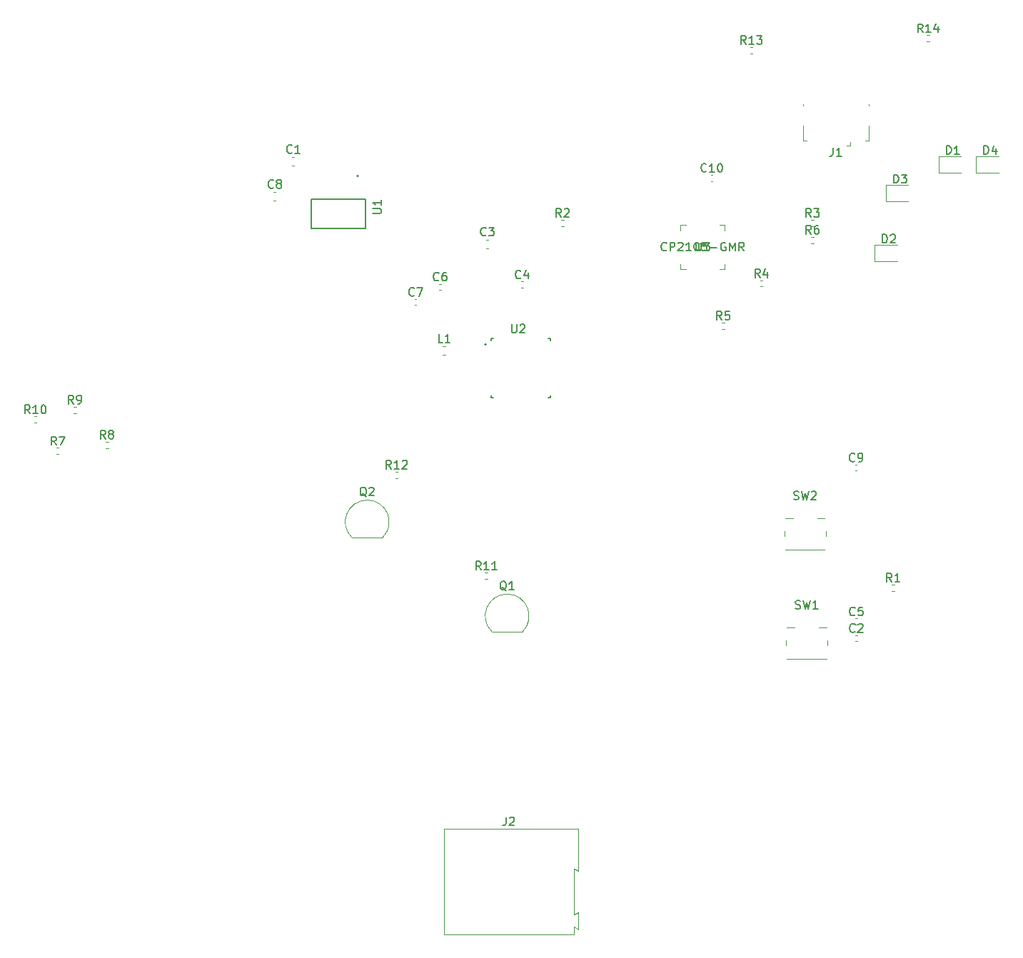
<source format=gbr>
%TF.GenerationSoftware,KiCad,Pcbnew,(5.1.10)-1*%
%TF.CreationDate,2021-11-14T07:07:01-06:00*%
%TF.ProjectId,SeniorDes_PCB,53656e69-6f72-4446-9573-5f5043422e6b,rev?*%
%TF.SameCoordinates,Original*%
%TF.FileFunction,Legend,Top*%
%TF.FilePolarity,Positive*%
%FSLAX46Y46*%
G04 Gerber Fmt 4.6, Leading zero omitted, Abs format (unit mm)*
G04 Created by KiCad (PCBNEW (5.1.10)-1) date 2021-11-14 07:07:01*
%MOMM*%
%LPD*%
G01*
G04 APERTURE LIST*
%ADD10C,0.120000*%
%ADD11C,0.200000*%
%ADD12C,0.127000*%
%ADD13C,0.150000*%
G04 APERTURE END LIST*
D10*
%TO.C,U3*%
X164205831Y-64801100D02*
X163561100Y-64801100D01*
X168818900Y-65445831D02*
X168818900Y-64801100D01*
X168174169Y-70058900D02*
X168818900Y-70058900D01*
X163561100Y-69414169D02*
X163561100Y-70058900D01*
X163561100Y-64801100D02*
X163561100Y-65445831D01*
X168818900Y-64801100D02*
X168174169Y-64801100D01*
X168818900Y-70058900D02*
X168818900Y-69414169D01*
X163561100Y-70058900D02*
X164205831Y-70058900D01*
D11*
%TO.C,U2*%
X140540000Y-78980000D02*
G75*
G03*
X140540000Y-78980000I-100000J0D01*
G01*
D12*
X148140000Y-78280000D02*
X147885000Y-78280000D01*
X148140000Y-78535000D02*
X148140000Y-78280000D01*
X148140000Y-85280000D02*
X147885000Y-85280000D01*
X148140000Y-85025000D02*
X148140000Y-85280000D01*
X141140000Y-85280000D02*
X141395000Y-85280000D01*
X141140000Y-85025000D02*
X141140000Y-85280000D01*
X141140000Y-78280000D02*
X141395000Y-78280000D01*
X141140000Y-78535000D02*
X141140000Y-78280000D01*
D11*
%TO.C,U1*%
X125390000Y-58980000D02*
G75*
G03*
X125390000Y-58980000I-100000J0D01*
G01*
D12*
X119740000Y-65230000D02*
X126240000Y-65230000D01*
X119740000Y-61730000D02*
X119740000Y-65230000D01*
X126240000Y-61730000D02*
X119740000Y-61730000D01*
X126240000Y-65230000D02*
X126240000Y-61730000D01*
D10*
%TO.C,SW2*%
X176915000Y-99580000D02*
X175990000Y-99580000D01*
X180790000Y-101705000D02*
X180790000Y-101155000D01*
X175890000Y-101705000D02*
X175890000Y-101155000D01*
X180690000Y-103280000D02*
X175990000Y-103280000D01*
X180690000Y-99580000D02*
X179765000Y-99580000D01*
%TO.C,SW1*%
X177115000Y-112530000D02*
X176190000Y-112530000D01*
X180990000Y-114655000D02*
X180990000Y-114105000D01*
X176090000Y-114655000D02*
X176090000Y-114105000D01*
X180890000Y-116230000D02*
X176190000Y-116230000D01*
X180890000Y-112530000D02*
X179965000Y-112530000D01*
%TO.C,R14*%
X192786359Y-43060000D02*
X193093641Y-43060000D01*
X192786359Y-42300000D02*
X193093641Y-42300000D01*
%TO.C,R13*%
X171821360Y-44455001D02*
X172128642Y-44455001D01*
X171821360Y-43695001D02*
X172128642Y-43695001D01*
%TO.C,R12*%
X129736359Y-94810000D02*
X130043641Y-94810000D01*
X129736359Y-94050000D02*
X130043641Y-94050000D01*
%TO.C,R11*%
X140376359Y-106810000D02*
X140683641Y-106810000D01*
X140376359Y-106050000D02*
X140683641Y-106050000D01*
%TO.C,R10*%
X86886359Y-88260000D02*
X87193641Y-88260000D01*
X86886359Y-87500000D02*
X87193641Y-87500000D01*
%TO.C,R9*%
X91586359Y-87110000D02*
X91893641Y-87110000D01*
X91586359Y-86350000D02*
X91893641Y-86350000D01*
%TO.C,R8*%
X95386359Y-91260000D02*
X95693641Y-91260000D01*
X95386359Y-90500000D02*
X95693641Y-90500000D01*
%TO.C,R7*%
X89536359Y-92010000D02*
X89843641Y-92010000D01*
X89536359Y-91250000D02*
X89843641Y-91250000D01*
%TO.C,R6*%
X179071360Y-66955001D02*
X179378642Y-66955001D01*
X179071360Y-66195001D02*
X179378642Y-66195001D01*
%TO.C,R5*%
X168471360Y-77145001D02*
X168778642Y-77145001D01*
X168471360Y-76385001D02*
X168778642Y-76385001D01*
%TO.C,R4*%
X173001360Y-72115001D02*
X173308642Y-72115001D01*
X173001360Y-71355001D02*
X173308642Y-71355001D01*
%TO.C,R3*%
X179071360Y-64965001D02*
X179378642Y-64965001D01*
X179071360Y-64205001D02*
X179378642Y-64205001D01*
%TO.C,R2*%
X149436359Y-64960000D02*
X149743641Y-64960000D01*
X149436359Y-64200000D02*
X149743641Y-64200000D01*
%TO.C,R1*%
X188636359Y-108210000D02*
X188943641Y-108210000D01*
X188636359Y-107450000D02*
X188943641Y-107450000D01*
%TO.C,Q2*%
X124610000Y-101880000D02*
X128210000Y-101880000D01*
X128248478Y-101868478D02*
G75*
G03*
X126410000Y-97430000I-1838478J1838478D01*
G01*
X124571522Y-101868478D02*
G75*
G02*
X126410000Y-97430000I1838478J1838478D01*
G01*
%TO.C,Q1*%
X141210000Y-113030000D02*
X144810000Y-113030000D01*
X144848478Y-113018478D02*
G75*
G03*
X143010000Y-108580000I-1838478J1838478D01*
G01*
X141171522Y-113018478D02*
G75*
G02*
X143010000Y-108580000I1838478J1838478D01*
G01*
%TO.C,L1*%
X135377221Y-80240000D02*
X135702779Y-80240000D01*
X135377221Y-79220000D02*
X135702779Y-79220000D01*
%TO.C,J2*%
X151440000Y-136380000D02*
X135540000Y-136380000D01*
X151440000Y-141430000D02*
X151440000Y-136380000D01*
X150940000Y-141180000D02*
X151440000Y-141430000D01*
X150940000Y-146580000D02*
X150940000Y-141180000D01*
X151440000Y-146330000D02*
X150940000Y-146580000D01*
X151440000Y-148330000D02*
X151440000Y-146330000D01*
X150940000Y-148030000D02*
X151440000Y-148330000D01*
X150940000Y-148980000D02*
X150940000Y-148030000D01*
X135540000Y-148980000D02*
X150940000Y-148980000D01*
X135540000Y-136380000D02*
X135540000Y-148980000D01*
%TO.C,J1*%
X183690000Y-55392500D02*
X183690000Y-54942500D01*
X183690000Y-55392500D02*
X183240000Y-55392500D01*
X178090000Y-54842500D02*
X178540000Y-54842500D01*
X178090000Y-52992500D02*
X178090000Y-54842500D01*
X185890000Y-50442500D02*
X185890000Y-50692500D01*
X178090000Y-50442500D02*
X178090000Y-50692500D01*
X185890000Y-52992500D02*
X185890000Y-54842500D01*
X185890000Y-54842500D02*
X185440000Y-54842500D01*
%TO.C,D4*%
X198610001Y-58570001D02*
X201295001Y-58570001D01*
X198610001Y-56650001D02*
X198610001Y-58570001D01*
X201295001Y-56650001D02*
X198610001Y-56650001D01*
%TO.C,D3*%
X187905000Y-61990000D02*
X190590000Y-61990000D01*
X187905000Y-60070000D02*
X187905000Y-61990000D01*
X190590000Y-60070000D02*
X187905000Y-60070000D01*
%TO.C,D2*%
X186567500Y-69090000D02*
X189252500Y-69090000D01*
X186567500Y-67170000D02*
X186567500Y-69090000D01*
X189252500Y-67170000D02*
X186567500Y-67170000D01*
%TO.C,D1*%
X194160001Y-58570001D02*
X196845001Y-58570001D01*
X194160001Y-56650001D02*
X194160001Y-58570001D01*
X196845001Y-56650001D02*
X194160001Y-56650001D01*
%TO.C,C10*%
X167152164Y-59590000D02*
X167367836Y-59590000D01*
X167152164Y-58870000D02*
X167367836Y-58870000D01*
%TO.C,C9*%
X184282164Y-93940000D02*
X184497836Y-93940000D01*
X184282164Y-93220000D02*
X184497836Y-93220000D01*
%TO.C,C8*%
X115299420Y-61940000D02*
X115580580Y-61940000D01*
X115299420Y-60920000D02*
X115580580Y-60920000D01*
%TO.C,C7*%
X132037165Y-74305001D02*
X132252837Y-74305001D01*
X132037165Y-73585001D02*
X132252837Y-73585001D01*
%TO.C,C6*%
X134947165Y-72505001D02*
X135162837Y-72505001D01*
X134947165Y-71785001D02*
X135162837Y-71785001D01*
%TO.C,C5*%
X184307165Y-112205001D02*
X184522837Y-112205001D01*
X184307165Y-111485001D02*
X184522837Y-111485001D01*
%TO.C,C4*%
X144682164Y-72240000D02*
X144897836Y-72240000D01*
X144682164Y-71520000D02*
X144897836Y-71520000D01*
%TO.C,C3*%
X140524420Y-67590000D02*
X140805580Y-67590000D01*
X140524420Y-66570000D02*
X140805580Y-66570000D01*
%TO.C,C2*%
X184307165Y-114175001D02*
X184522837Y-114175001D01*
X184307165Y-113455001D02*
X184522837Y-113455001D01*
%TO.C,C1*%
X117499420Y-57790000D02*
X117780580Y-57790000D01*
X117499420Y-56770000D02*
X117780580Y-56770000D01*
%TO.C,U3*%
D13*
X165428095Y-66882380D02*
X165428095Y-67691904D01*
X165475714Y-67787142D01*
X165523333Y-67834761D01*
X165618571Y-67882380D01*
X165809047Y-67882380D01*
X165904285Y-67834761D01*
X165951904Y-67787142D01*
X165999523Y-67691904D01*
X165999523Y-66882380D01*
X166380476Y-66882380D02*
X166999523Y-66882380D01*
X166666190Y-67263333D01*
X166809047Y-67263333D01*
X166904285Y-67310952D01*
X166951904Y-67358571D01*
X166999523Y-67453809D01*
X166999523Y-67691904D01*
X166951904Y-67787142D01*
X166904285Y-67834761D01*
X166809047Y-67882380D01*
X166523333Y-67882380D01*
X166428095Y-67834761D01*
X166380476Y-67787142D01*
X161904285Y-67787142D02*
X161856666Y-67834761D01*
X161713809Y-67882380D01*
X161618571Y-67882380D01*
X161475714Y-67834761D01*
X161380476Y-67739523D01*
X161332857Y-67644285D01*
X161285238Y-67453809D01*
X161285238Y-67310952D01*
X161332857Y-67120476D01*
X161380476Y-67025238D01*
X161475714Y-66930000D01*
X161618571Y-66882380D01*
X161713809Y-66882380D01*
X161856666Y-66930000D01*
X161904285Y-66977619D01*
X162332857Y-67882380D02*
X162332857Y-66882380D01*
X162713809Y-66882380D01*
X162809047Y-66930000D01*
X162856666Y-66977619D01*
X162904285Y-67072857D01*
X162904285Y-67215714D01*
X162856666Y-67310952D01*
X162809047Y-67358571D01*
X162713809Y-67406190D01*
X162332857Y-67406190D01*
X163285238Y-66977619D02*
X163332857Y-66930000D01*
X163428095Y-66882380D01*
X163666190Y-66882380D01*
X163761428Y-66930000D01*
X163809047Y-66977619D01*
X163856666Y-67072857D01*
X163856666Y-67168095D01*
X163809047Y-67310952D01*
X163237619Y-67882380D01*
X163856666Y-67882380D01*
X164809047Y-67882380D02*
X164237619Y-67882380D01*
X164523333Y-67882380D02*
X164523333Y-66882380D01*
X164428095Y-67025238D01*
X164332857Y-67120476D01*
X164237619Y-67168095D01*
X165428095Y-66882380D02*
X165523333Y-66882380D01*
X165618571Y-66930000D01*
X165666190Y-66977619D01*
X165713809Y-67072857D01*
X165761428Y-67263333D01*
X165761428Y-67501428D01*
X165713809Y-67691904D01*
X165666190Y-67787142D01*
X165618571Y-67834761D01*
X165523333Y-67882380D01*
X165428095Y-67882380D01*
X165332857Y-67834761D01*
X165285238Y-67787142D01*
X165237619Y-67691904D01*
X165190000Y-67501428D01*
X165190000Y-67263333D01*
X165237619Y-67072857D01*
X165285238Y-66977619D01*
X165332857Y-66930000D01*
X165428095Y-66882380D01*
X166094761Y-66882380D02*
X166713809Y-66882380D01*
X166380476Y-67263333D01*
X166523333Y-67263333D01*
X166618571Y-67310952D01*
X166666190Y-67358571D01*
X166713809Y-67453809D01*
X166713809Y-67691904D01*
X166666190Y-67787142D01*
X166618571Y-67834761D01*
X166523333Y-67882380D01*
X166237619Y-67882380D01*
X166142380Y-67834761D01*
X166094761Y-67787142D01*
X167142380Y-67501428D02*
X167904285Y-67501428D01*
X168904285Y-66930000D02*
X168809047Y-66882380D01*
X168666190Y-66882380D01*
X168523333Y-66930000D01*
X168428095Y-67025238D01*
X168380476Y-67120476D01*
X168332857Y-67310952D01*
X168332857Y-67453809D01*
X168380476Y-67644285D01*
X168428095Y-67739523D01*
X168523333Y-67834761D01*
X168666190Y-67882380D01*
X168761428Y-67882380D01*
X168904285Y-67834761D01*
X168951904Y-67787142D01*
X168951904Y-67453809D01*
X168761428Y-67453809D01*
X169380476Y-67882380D02*
X169380476Y-66882380D01*
X169713809Y-67596666D01*
X170047142Y-66882380D01*
X170047142Y-67882380D01*
X171094761Y-67882380D02*
X170761428Y-67406190D01*
X170523333Y-67882380D02*
X170523333Y-66882380D01*
X170904285Y-66882380D01*
X170999523Y-66930000D01*
X171047142Y-66977619D01*
X171094761Y-67072857D01*
X171094761Y-67215714D01*
X171047142Y-67310952D01*
X170999523Y-67358571D01*
X170904285Y-67406190D01*
X170523333Y-67406190D01*
X166190000Y-66882380D02*
X166190000Y-67120476D01*
X165951904Y-67025238D02*
X166190000Y-67120476D01*
X166428095Y-67025238D01*
X166047142Y-67310952D02*
X166190000Y-67120476D01*
X166332857Y-67310952D01*
%TO.C,U2*%
X143553095Y-76597380D02*
X143553095Y-77406904D01*
X143600714Y-77502142D01*
X143648333Y-77549761D01*
X143743571Y-77597380D01*
X143934047Y-77597380D01*
X144029285Y-77549761D01*
X144076904Y-77502142D01*
X144124523Y-77406904D01*
X144124523Y-76597380D01*
X144553095Y-76692619D02*
X144600714Y-76645000D01*
X144695952Y-76597380D01*
X144934047Y-76597380D01*
X145029285Y-76645000D01*
X145076904Y-76692619D01*
X145124523Y-76787857D01*
X145124523Y-76883095D01*
X145076904Y-77025952D01*
X144505476Y-77597380D01*
X145124523Y-77597380D01*
%TO.C,U1*%
X127077380Y-63416904D02*
X127886904Y-63416904D01*
X127982142Y-63369285D01*
X128029761Y-63321666D01*
X128077380Y-63226428D01*
X128077380Y-63035952D01*
X128029761Y-62940714D01*
X127982142Y-62893095D01*
X127886904Y-62845476D01*
X127077380Y-62845476D01*
X128077380Y-61845476D02*
X128077380Y-62416904D01*
X128077380Y-62131190D02*
X127077380Y-62131190D01*
X127220238Y-62226428D01*
X127315476Y-62321666D01*
X127363095Y-62416904D01*
%TO.C,SW2*%
X177006666Y-97334761D02*
X177149523Y-97382380D01*
X177387619Y-97382380D01*
X177482857Y-97334761D01*
X177530476Y-97287142D01*
X177578095Y-97191904D01*
X177578095Y-97096666D01*
X177530476Y-97001428D01*
X177482857Y-96953809D01*
X177387619Y-96906190D01*
X177197142Y-96858571D01*
X177101904Y-96810952D01*
X177054285Y-96763333D01*
X177006666Y-96668095D01*
X177006666Y-96572857D01*
X177054285Y-96477619D01*
X177101904Y-96430000D01*
X177197142Y-96382380D01*
X177435238Y-96382380D01*
X177578095Y-96430000D01*
X177911428Y-96382380D02*
X178149523Y-97382380D01*
X178340000Y-96668095D01*
X178530476Y-97382380D01*
X178768571Y-96382380D01*
X179101904Y-96477619D02*
X179149523Y-96430000D01*
X179244761Y-96382380D01*
X179482857Y-96382380D01*
X179578095Y-96430000D01*
X179625714Y-96477619D01*
X179673333Y-96572857D01*
X179673333Y-96668095D01*
X179625714Y-96810952D01*
X179054285Y-97382380D01*
X179673333Y-97382380D01*
%TO.C,SW1*%
X177206666Y-110284761D02*
X177349523Y-110332380D01*
X177587619Y-110332380D01*
X177682857Y-110284761D01*
X177730476Y-110237142D01*
X177778095Y-110141904D01*
X177778095Y-110046666D01*
X177730476Y-109951428D01*
X177682857Y-109903809D01*
X177587619Y-109856190D01*
X177397142Y-109808571D01*
X177301904Y-109760952D01*
X177254285Y-109713333D01*
X177206666Y-109618095D01*
X177206666Y-109522857D01*
X177254285Y-109427619D01*
X177301904Y-109380000D01*
X177397142Y-109332380D01*
X177635238Y-109332380D01*
X177778095Y-109380000D01*
X178111428Y-109332380D02*
X178349523Y-110332380D01*
X178540000Y-109618095D01*
X178730476Y-110332380D01*
X178968571Y-109332380D01*
X179873333Y-110332380D02*
X179301904Y-110332380D01*
X179587619Y-110332380D02*
X179587619Y-109332380D01*
X179492380Y-109475238D01*
X179397142Y-109570476D01*
X179301904Y-109618095D01*
%TO.C,R14*%
X192297142Y-41962380D02*
X191963809Y-41486190D01*
X191725714Y-41962380D02*
X191725714Y-40962380D01*
X192106666Y-40962380D01*
X192201904Y-41010000D01*
X192249523Y-41057619D01*
X192297142Y-41152857D01*
X192297142Y-41295714D01*
X192249523Y-41390952D01*
X192201904Y-41438571D01*
X192106666Y-41486190D01*
X191725714Y-41486190D01*
X193249523Y-41962380D02*
X192678095Y-41962380D01*
X192963809Y-41962380D02*
X192963809Y-40962380D01*
X192868571Y-41105238D01*
X192773333Y-41200476D01*
X192678095Y-41248095D01*
X194106666Y-41295714D02*
X194106666Y-41962380D01*
X193868571Y-40914761D02*
X193630476Y-41629047D01*
X194249523Y-41629047D01*
%TO.C,R13*%
X171332143Y-43357381D02*
X170998810Y-42881191D01*
X170760715Y-43357381D02*
X170760715Y-42357381D01*
X171141667Y-42357381D01*
X171236905Y-42405001D01*
X171284524Y-42452620D01*
X171332143Y-42547858D01*
X171332143Y-42690715D01*
X171284524Y-42785953D01*
X171236905Y-42833572D01*
X171141667Y-42881191D01*
X170760715Y-42881191D01*
X172284524Y-43357381D02*
X171713096Y-43357381D01*
X171998810Y-43357381D02*
X171998810Y-42357381D01*
X171903572Y-42500239D01*
X171808334Y-42595477D01*
X171713096Y-42643096D01*
X172617858Y-42357381D02*
X173236905Y-42357381D01*
X172903572Y-42738334D01*
X173046429Y-42738334D01*
X173141667Y-42785953D01*
X173189286Y-42833572D01*
X173236905Y-42928810D01*
X173236905Y-43166905D01*
X173189286Y-43262143D01*
X173141667Y-43309762D01*
X173046429Y-43357381D01*
X172760715Y-43357381D01*
X172665477Y-43309762D01*
X172617858Y-43262143D01*
%TO.C,R12*%
X129247142Y-93712380D02*
X128913809Y-93236190D01*
X128675714Y-93712380D02*
X128675714Y-92712380D01*
X129056666Y-92712380D01*
X129151904Y-92760000D01*
X129199523Y-92807619D01*
X129247142Y-92902857D01*
X129247142Y-93045714D01*
X129199523Y-93140952D01*
X129151904Y-93188571D01*
X129056666Y-93236190D01*
X128675714Y-93236190D01*
X130199523Y-93712380D02*
X129628095Y-93712380D01*
X129913809Y-93712380D02*
X129913809Y-92712380D01*
X129818571Y-92855238D01*
X129723333Y-92950476D01*
X129628095Y-92998095D01*
X130580476Y-92807619D02*
X130628095Y-92760000D01*
X130723333Y-92712380D01*
X130961428Y-92712380D01*
X131056666Y-92760000D01*
X131104285Y-92807619D01*
X131151904Y-92902857D01*
X131151904Y-92998095D01*
X131104285Y-93140952D01*
X130532857Y-93712380D01*
X131151904Y-93712380D01*
%TO.C,R11*%
X139887142Y-105712380D02*
X139553809Y-105236190D01*
X139315714Y-105712380D02*
X139315714Y-104712380D01*
X139696666Y-104712380D01*
X139791904Y-104760000D01*
X139839523Y-104807619D01*
X139887142Y-104902857D01*
X139887142Y-105045714D01*
X139839523Y-105140952D01*
X139791904Y-105188571D01*
X139696666Y-105236190D01*
X139315714Y-105236190D01*
X140839523Y-105712380D02*
X140268095Y-105712380D01*
X140553809Y-105712380D02*
X140553809Y-104712380D01*
X140458571Y-104855238D01*
X140363333Y-104950476D01*
X140268095Y-104998095D01*
X141791904Y-105712380D02*
X141220476Y-105712380D01*
X141506190Y-105712380D02*
X141506190Y-104712380D01*
X141410952Y-104855238D01*
X141315714Y-104950476D01*
X141220476Y-104998095D01*
%TO.C,R10*%
X86397142Y-87162380D02*
X86063809Y-86686190D01*
X85825714Y-87162380D02*
X85825714Y-86162380D01*
X86206666Y-86162380D01*
X86301904Y-86210000D01*
X86349523Y-86257619D01*
X86397142Y-86352857D01*
X86397142Y-86495714D01*
X86349523Y-86590952D01*
X86301904Y-86638571D01*
X86206666Y-86686190D01*
X85825714Y-86686190D01*
X87349523Y-87162380D02*
X86778095Y-87162380D01*
X87063809Y-87162380D02*
X87063809Y-86162380D01*
X86968571Y-86305238D01*
X86873333Y-86400476D01*
X86778095Y-86448095D01*
X87968571Y-86162380D02*
X88063809Y-86162380D01*
X88159047Y-86210000D01*
X88206666Y-86257619D01*
X88254285Y-86352857D01*
X88301904Y-86543333D01*
X88301904Y-86781428D01*
X88254285Y-86971904D01*
X88206666Y-87067142D01*
X88159047Y-87114761D01*
X88063809Y-87162380D01*
X87968571Y-87162380D01*
X87873333Y-87114761D01*
X87825714Y-87067142D01*
X87778095Y-86971904D01*
X87730476Y-86781428D01*
X87730476Y-86543333D01*
X87778095Y-86352857D01*
X87825714Y-86257619D01*
X87873333Y-86210000D01*
X87968571Y-86162380D01*
%TO.C,R9*%
X91573333Y-86012380D02*
X91240000Y-85536190D01*
X91001904Y-86012380D02*
X91001904Y-85012380D01*
X91382857Y-85012380D01*
X91478095Y-85060000D01*
X91525714Y-85107619D01*
X91573333Y-85202857D01*
X91573333Y-85345714D01*
X91525714Y-85440952D01*
X91478095Y-85488571D01*
X91382857Y-85536190D01*
X91001904Y-85536190D01*
X92049523Y-86012380D02*
X92240000Y-86012380D01*
X92335238Y-85964761D01*
X92382857Y-85917142D01*
X92478095Y-85774285D01*
X92525714Y-85583809D01*
X92525714Y-85202857D01*
X92478095Y-85107619D01*
X92430476Y-85060000D01*
X92335238Y-85012380D01*
X92144761Y-85012380D01*
X92049523Y-85060000D01*
X92001904Y-85107619D01*
X91954285Y-85202857D01*
X91954285Y-85440952D01*
X92001904Y-85536190D01*
X92049523Y-85583809D01*
X92144761Y-85631428D01*
X92335238Y-85631428D01*
X92430476Y-85583809D01*
X92478095Y-85536190D01*
X92525714Y-85440952D01*
%TO.C,R8*%
X95373333Y-90162380D02*
X95040000Y-89686190D01*
X94801904Y-90162380D02*
X94801904Y-89162380D01*
X95182857Y-89162380D01*
X95278095Y-89210000D01*
X95325714Y-89257619D01*
X95373333Y-89352857D01*
X95373333Y-89495714D01*
X95325714Y-89590952D01*
X95278095Y-89638571D01*
X95182857Y-89686190D01*
X94801904Y-89686190D01*
X95944761Y-89590952D02*
X95849523Y-89543333D01*
X95801904Y-89495714D01*
X95754285Y-89400476D01*
X95754285Y-89352857D01*
X95801904Y-89257619D01*
X95849523Y-89210000D01*
X95944761Y-89162380D01*
X96135238Y-89162380D01*
X96230476Y-89210000D01*
X96278095Y-89257619D01*
X96325714Y-89352857D01*
X96325714Y-89400476D01*
X96278095Y-89495714D01*
X96230476Y-89543333D01*
X96135238Y-89590952D01*
X95944761Y-89590952D01*
X95849523Y-89638571D01*
X95801904Y-89686190D01*
X95754285Y-89781428D01*
X95754285Y-89971904D01*
X95801904Y-90067142D01*
X95849523Y-90114761D01*
X95944761Y-90162380D01*
X96135238Y-90162380D01*
X96230476Y-90114761D01*
X96278095Y-90067142D01*
X96325714Y-89971904D01*
X96325714Y-89781428D01*
X96278095Y-89686190D01*
X96230476Y-89638571D01*
X96135238Y-89590952D01*
%TO.C,R7*%
X89523333Y-90912380D02*
X89190000Y-90436190D01*
X88951904Y-90912380D02*
X88951904Y-89912380D01*
X89332857Y-89912380D01*
X89428095Y-89960000D01*
X89475714Y-90007619D01*
X89523333Y-90102857D01*
X89523333Y-90245714D01*
X89475714Y-90340952D01*
X89428095Y-90388571D01*
X89332857Y-90436190D01*
X88951904Y-90436190D01*
X89856666Y-89912380D02*
X90523333Y-89912380D01*
X90094761Y-90912380D01*
%TO.C,R6*%
X179058334Y-65857381D02*
X178725001Y-65381191D01*
X178486905Y-65857381D02*
X178486905Y-64857381D01*
X178867858Y-64857381D01*
X178963096Y-64905001D01*
X179010715Y-64952620D01*
X179058334Y-65047858D01*
X179058334Y-65190715D01*
X179010715Y-65285953D01*
X178963096Y-65333572D01*
X178867858Y-65381191D01*
X178486905Y-65381191D01*
X179915477Y-64857381D02*
X179725001Y-64857381D01*
X179629762Y-64905001D01*
X179582143Y-64952620D01*
X179486905Y-65095477D01*
X179439286Y-65285953D01*
X179439286Y-65666905D01*
X179486905Y-65762143D01*
X179534524Y-65809762D01*
X179629762Y-65857381D01*
X179820239Y-65857381D01*
X179915477Y-65809762D01*
X179963096Y-65762143D01*
X180010715Y-65666905D01*
X180010715Y-65428810D01*
X179963096Y-65333572D01*
X179915477Y-65285953D01*
X179820239Y-65238334D01*
X179629762Y-65238334D01*
X179534524Y-65285953D01*
X179486905Y-65333572D01*
X179439286Y-65428810D01*
%TO.C,R5*%
X168458334Y-76047381D02*
X168125001Y-75571191D01*
X167886905Y-76047381D02*
X167886905Y-75047381D01*
X168267858Y-75047381D01*
X168363096Y-75095001D01*
X168410715Y-75142620D01*
X168458334Y-75237858D01*
X168458334Y-75380715D01*
X168410715Y-75475953D01*
X168363096Y-75523572D01*
X168267858Y-75571191D01*
X167886905Y-75571191D01*
X169363096Y-75047381D02*
X168886905Y-75047381D01*
X168839286Y-75523572D01*
X168886905Y-75475953D01*
X168982143Y-75428334D01*
X169220239Y-75428334D01*
X169315477Y-75475953D01*
X169363096Y-75523572D01*
X169410715Y-75618810D01*
X169410715Y-75856905D01*
X169363096Y-75952143D01*
X169315477Y-75999762D01*
X169220239Y-76047381D01*
X168982143Y-76047381D01*
X168886905Y-75999762D01*
X168839286Y-75952143D01*
%TO.C,R4*%
X172988334Y-71017381D02*
X172655001Y-70541191D01*
X172416905Y-71017381D02*
X172416905Y-70017381D01*
X172797858Y-70017381D01*
X172893096Y-70065001D01*
X172940715Y-70112620D01*
X172988334Y-70207858D01*
X172988334Y-70350715D01*
X172940715Y-70445953D01*
X172893096Y-70493572D01*
X172797858Y-70541191D01*
X172416905Y-70541191D01*
X173845477Y-70350715D02*
X173845477Y-71017381D01*
X173607381Y-69969762D02*
X173369286Y-70684048D01*
X173988334Y-70684048D01*
%TO.C,R3*%
X179058334Y-63867381D02*
X178725001Y-63391191D01*
X178486905Y-63867381D02*
X178486905Y-62867381D01*
X178867858Y-62867381D01*
X178963096Y-62915001D01*
X179010715Y-62962620D01*
X179058334Y-63057858D01*
X179058334Y-63200715D01*
X179010715Y-63295953D01*
X178963096Y-63343572D01*
X178867858Y-63391191D01*
X178486905Y-63391191D01*
X179391667Y-62867381D02*
X180010715Y-62867381D01*
X179677381Y-63248334D01*
X179820239Y-63248334D01*
X179915477Y-63295953D01*
X179963096Y-63343572D01*
X180010715Y-63438810D01*
X180010715Y-63676905D01*
X179963096Y-63772143D01*
X179915477Y-63819762D01*
X179820239Y-63867381D01*
X179534524Y-63867381D01*
X179439286Y-63819762D01*
X179391667Y-63772143D01*
%TO.C,R2*%
X149423333Y-63862380D02*
X149090000Y-63386190D01*
X148851904Y-63862380D02*
X148851904Y-62862380D01*
X149232857Y-62862380D01*
X149328095Y-62910000D01*
X149375714Y-62957619D01*
X149423333Y-63052857D01*
X149423333Y-63195714D01*
X149375714Y-63290952D01*
X149328095Y-63338571D01*
X149232857Y-63386190D01*
X148851904Y-63386190D01*
X149804285Y-62957619D02*
X149851904Y-62910000D01*
X149947142Y-62862380D01*
X150185238Y-62862380D01*
X150280476Y-62910000D01*
X150328095Y-62957619D01*
X150375714Y-63052857D01*
X150375714Y-63148095D01*
X150328095Y-63290952D01*
X149756666Y-63862380D01*
X150375714Y-63862380D01*
%TO.C,R1*%
X188623333Y-107112380D02*
X188290000Y-106636190D01*
X188051904Y-107112380D02*
X188051904Y-106112380D01*
X188432857Y-106112380D01*
X188528095Y-106160000D01*
X188575714Y-106207619D01*
X188623333Y-106302857D01*
X188623333Y-106445714D01*
X188575714Y-106540952D01*
X188528095Y-106588571D01*
X188432857Y-106636190D01*
X188051904Y-106636190D01*
X189575714Y-107112380D02*
X189004285Y-107112380D01*
X189290000Y-107112380D02*
X189290000Y-106112380D01*
X189194761Y-106255238D01*
X189099523Y-106350476D01*
X189004285Y-106398095D01*
%TO.C,Q2*%
X126314761Y-97017619D02*
X126219523Y-96970000D01*
X126124285Y-96874761D01*
X125981428Y-96731904D01*
X125886190Y-96684285D01*
X125790952Y-96684285D01*
X125838571Y-96922380D02*
X125743333Y-96874761D01*
X125648095Y-96779523D01*
X125600476Y-96589047D01*
X125600476Y-96255714D01*
X125648095Y-96065238D01*
X125743333Y-95970000D01*
X125838571Y-95922380D01*
X126029047Y-95922380D01*
X126124285Y-95970000D01*
X126219523Y-96065238D01*
X126267142Y-96255714D01*
X126267142Y-96589047D01*
X126219523Y-96779523D01*
X126124285Y-96874761D01*
X126029047Y-96922380D01*
X125838571Y-96922380D01*
X126648095Y-96017619D02*
X126695714Y-95970000D01*
X126790952Y-95922380D01*
X127029047Y-95922380D01*
X127124285Y-95970000D01*
X127171904Y-96017619D01*
X127219523Y-96112857D01*
X127219523Y-96208095D01*
X127171904Y-96350952D01*
X126600476Y-96922380D01*
X127219523Y-96922380D01*
%TO.C,Q1*%
X142914761Y-108167619D02*
X142819523Y-108120000D01*
X142724285Y-108024761D01*
X142581428Y-107881904D01*
X142486190Y-107834285D01*
X142390952Y-107834285D01*
X142438571Y-108072380D02*
X142343333Y-108024761D01*
X142248095Y-107929523D01*
X142200476Y-107739047D01*
X142200476Y-107405714D01*
X142248095Y-107215238D01*
X142343333Y-107120000D01*
X142438571Y-107072380D01*
X142629047Y-107072380D01*
X142724285Y-107120000D01*
X142819523Y-107215238D01*
X142867142Y-107405714D01*
X142867142Y-107739047D01*
X142819523Y-107929523D01*
X142724285Y-108024761D01*
X142629047Y-108072380D01*
X142438571Y-108072380D01*
X143819523Y-108072380D02*
X143248095Y-108072380D01*
X143533809Y-108072380D02*
X143533809Y-107072380D01*
X143438571Y-107215238D01*
X143343333Y-107310476D01*
X143248095Y-107358095D01*
%TO.C,L1*%
X135373333Y-78752380D02*
X134897142Y-78752380D01*
X134897142Y-77752380D01*
X136230476Y-78752380D02*
X135659047Y-78752380D01*
X135944761Y-78752380D02*
X135944761Y-77752380D01*
X135849523Y-77895238D01*
X135754285Y-77990476D01*
X135659047Y-78038095D01*
%TO.C,J2*%
X142856666Y-135032380D02*
X142856666Y-135746666D01*
X142809047Y-135889523D01*
X142713809Y-135984761D01*
X142570952Y-136032380D01*
X142475714Y-136032380D01*
X143285238Y-135127619D02*
X143332857Y-135080000D01*
X143428095Y-135032380D01*
X143666190Y-135032380D01*
X143761428Y-135080000D01*
X143809047Y-135127619D01*
X143856666Y-135222857D01*
X143856666Y-135318095D01*
X143809047Y-135460952D01*
X143237619Y-136032380D01*
X143856666Y-136032380D01*
%TO.C,J1*%
X181656666Y-55644880D02*
X181656666Y-56359166D01*
X181609047Y-56502023D01*
X181513809Y-56597261D01*
X181370952Y-56644880D01*
X181275714Y-56644880D01*
X182656666Y-56644880D02*
X182085238Y-56644880D01*
X182370952Y-56644880D02*
X182370952Y-55644880D01*
X182275714Y-55787738D01*
X182180476Y-55882976D01*
X182085238Y-55930595D01*
%TO.C,D4*%
X199556905Y-56412381D02*
X199556905Y-55412381D01*
X199795001Y-55412381D01*
X199937858Y-55460001D01*
X200033096Y-55555239D01*
X200080715Y-55650477D01*
X200128334Y-55840953D01*
X200128334Y-55983810D01*
X200080715Y-56174286D01*
X200033096Y-56269524D01*
X199937858Y-56364762D01*
X199795001Y-56412381D01*
X199556905Y-56412381D01*
X200985477Y-55745715D02*
X200985477Y-56412381D01*
X200747381Y-55364762D02*
X200509286Y-56079048D01*
X201128334Y-56079048D01*
%TO.C,D3*%
X188851904Y-59832380D02*
X188851904Y-58832380D01*
X189090000Y-58832380D01*
X189232857Y-58880000D01*
X189328095Y-58975238D01*
X189375714Y-59070476D01*
X189423333Y-59260952D01*
X189423333Y-59403809D01*
X189375714Y-59594285D01*
X189328095Y-59689523D01*
X189232857Y-59784761D01*
X189090000Y-59832380D01*
X188851904Y-59832380D01*
X189756666Y-58832380D02*
X190375714Y-58832380D01*
X190042380Y-59213333D01*
X190185238Y-59213333D01*
X190280476Y-59260952D01*
X190328095Y-59308571D01*
X190375714Y-59403809D01*
X190375714Y-59641904D01*
X190328095Y-59737142D01*
X190280476Y-59784761D01*
X190185238Y-59832380D01*
X189899523Y-59832380D01*
X189804285Y-59784761D01*
X189756666Y-59737142D01*
%TO.C,D2*%
X187514404Y-66932380D02*
X187514404Y-65932380D01*
X187752500Y-65932380D01*
X187895357Y-65980000D01*
X187990595Y-66075238D01*
X188038214Y-66170476D01*
X188085833Y-66360952D01*
X188085833Y-66503809D01*
X188038214Y-66694285D01*
X187990595Y-66789523D01*
X187895357Y-66884761D01*
X187752500Y-66932380D01*
X187514404Y-66932380D01*
X188466785Y-66027619D02*
X188514404Y-65980000D01*
X188609642Y-65932380D01*
X188847738Y-65932380D01*
X188942976Y-65980000D01*
X188990595Y-66027619D01*
X189038214Y-66122857D01*
X189038214Y-66218095D01*
X188990595Y-66360952D01*
X188419166Y-66932380D01*
X189038214Y-66932380D01*
%TO.C,D1*%
X195106905Y-56412381D02*
X195106905Y-55412381D01*
X195345001Y-55412381D01*
X195487858Y-55460001D01*
X195583096Y-55555239D01*
X195630715Y-55650477D01*
X195678334Y-55840953D01*
X195678334Y-55983810D01*
X195630715Y-56174286D01*
X195583096Y-56269524D01*
X195487858Y-56364762D01*
X195345001Y-56412381D01*
X195106905Y-56412381D01*
X196630715Y-56412381D02*
X196059286Y-56412381D01*
X196345001Y-56412381D02*
X196345001Y-55412381D01*
X196249762Y-55555239D01*
X196154524Y-55650477D01*
X196059286Y-55698096D01*
%TO.C,C10*%
X166617142Y-58427142D02*
X166569523Y-58474761D01*
X166426666Y-58522380D01*
X166331428Y-58522380D01*
X166188571Y-58474761D01*
X166093333Y-58379523D01*
X166045714Y-58284285D01*
X165998095Y-58093809D01*
X165998095Y-57950952D01*
X166045714Y-57760476D01*
X166093333Y-57665238D01*
X166188571Y-57570000D01*
X166331428Y-57522380D01*
X166426666Y-57522380D01*
X166569523Y-57570000D01*
X166617142Y-57617619D01*
X167569523Y-58522380D02*
X166998095Y-58522380D01*
X167283809Y-58522380D02*
X167283809Y-57522380D01*
X167188571Y-57665238D01*
X167093333Y-57760476D01*
X166998095Y-57808095D01*
X168188571Y-57522380D02*
X168283809Y-57522380D01*
X168379047Y-57570000D01*
X168426666Y-57617619D01*
X168474285Y-57712857D01*
X168521904Y-57903333D01*
X168521904Y-58141428D01*
X168474285Y-58331904D01*
X168426666Y-58427142D01*
X168379047Y-58474761D01*
X168283809Y-58522380D01*
X168188571Y-58522380D01*
X168093333Y-58474761D01*
X168045714Y-58427142D01*
X167998095Y-58331904D01*
X167950476Y-58141428D01*
X167950476Y-57903333D01*
X167998095Y-57712857D01*
X168045714Y-57617619D01*
X168093333Y-57570000D01*
X168188571Y-57522380D01*
%TO.C,C9*%
X184223333Y-92777142D02*
X184175714Y-92824761D01*
X184032857Y-92872380D01*
X183937619Y-92872380D01*
X183794761Y-92824761D01*
X183699523Y-92729523D01*
X183651904Y-92634285D01*
X183604285Y-92443809D01*
X183604285Y-92300952D01*
X183651904Y-92110476D01*
X183699523Y-92015238D01*
X183794761Y-91920000D01*
X183937619Y-91872380D01*
X184032857Y-91872380D01*
X184175714Y-91920000D01*
X184223333Y-91967619D01*
X184699523Y-92872380D02*
X184890000Y-92872380D01*
X184985238Y-92824761D01*
X185032857Y-92777142D01*
X185128095Y-92634285D01*
X185175714Y-92443809D01*
X185175714Y-92062857D01*
X185128095Y-91967619D01*
X185080476Y-91920000D01*
X184985238Y-91872380D01*
X184794761Y-91872380D01*
X184699523Y-91920000D01*
X184651904Y-91967619D01*
X184604285Y-92062857D01*
X184604285Y-92300952D01*
X184651904Y-92396190D01*
X184699523Y-92443809D01*
X184794761Y-92491428D01*
X184985238Y-92491428D01*
X185080476Y-92443809D01*
X185128095Y-92396190D01*
X185175714Y-92300952D01*
%TO.C,C8*%
X115273333Y-60357142D02*
X115225714Y-60404761D01*
X115082857Y-60452380D01*
X114987619Y-60452380D01*
X114844761Y-60404761D01*
X114749523Y-60309523D01*
X114701904Y-60214285D01*
X114654285Y-60023809D01*
X114654285Y-59880952D01*
X114701904Y-59690476D01*
X114749523Y-59595238D01*
X114844761Y-59500000D01*
X114987619Y-59452380D01*
X115082857Y-59452380D01*
X115225714Y-59500000D01*
X115273333Y-59547619D01*
X115844761Y-59880952D02*
X115749523Y-59833333D01*
X115701904Y-59785714D01*
X115654285Y-59690476D01*
X115654285Y-59642857D01*
X115701904Y-59547619D01*
X115749523Y-59500000D01*
X115844761Y-59452380D01*
X116035238Y-59452380D01*
X116130476Y-59500000D01*
X116178095Y-59547619D01*
X116225714Y-59642857D01*
X116225714Y-59690476D01*
X116178095Y-59785714D01*
X116130476Y-59833333D01*
X116035238Y-59880952D01*
X115844761Y-59880952D01*
X115749523Y-59928571D01*
X115701904Y-59976190D01*
X115654285Y-60071428D01*
X115654285Y-60261904D01*
X115701904Y-60357142D01*
X115749523Y-60404761D01*
X115844761Y-60452380D01*
X116035238Y-60452380D01*
X116130476Y-60404761D01*
X116178095Y-60357142D01*
X116225714Y-60261904D01*
X116225714Y-60071428D01*
X116178095Y-59976190D01*
X116130476Y-59928571D01*
X116035238Y-59880952D01*
%TO.C,C7*%
X131978334Y-73142143D02*
X131930715Y-73189762D01*
X131787858Y-73237381D01*
X131692620Y-73237381D01*
X131549762Y-73189762D01*
X131454524Y-73094524D01*
X131406905Y-72999286D01*
X131359286Y-72808810D01*
X131359286Y-72665953D01*
X131406905Y-72475477D01*
X131454524Y-72380239D01*
X131549762Y-72285001D01*
X131692620Y-72237381D01*
X131787858Y-72237381D01*
X131930715Y-72285001D01*
X131978334Y-72332620D01*
X132311667Y-72237381D02*
X132978334Y-72237381D01*
X132549762Y-73237381D01*
%TO.C,C6*%
X134888334Y-71342143D02*
X134840715Y-71389762D01*
X134697858Y-71437381D01*
X134602620Y-71437381D01*
X134459762Y-71389762D01*
X134364524Y-71294524D01*
X134316905Y-71199286D01*
X134269286Y-71008810D01*
X134269286Y-70865953D01*
X134316905Y-70675477D01*
X134364524Y-70580239D01*
X134459762Y-70485001D01*
X134602620Y-70437381D01*
X134697858Y-70437381D01*
X134840715Y-70485001D01*
X134888334Y-70532620D01*
X135745477Y-70437381D02*
X135555001Y-70437381D01*
X135459762Y-70485001D01*
X135412143Y-70532620D01*
X135316905Y-70675477D01*
X135269286Y-70865953D01*
X135269286Y-71246905D01*
X135316905Y-71342143D01*
X135364524Y-71389762D01*
X135459762Y-71437381D01*
X135650239Y-71437381D01*
X135745477Y-71389762D01*
X135793096Y-71342143D01*
X135840715Y-71246905D01*
X135840715Y-71008810D01*
X135793096Y-70913572D01*
X135745477Y-70865953D01*
X135650239Y-70818334D01*
X135459762Y-70818334D01*
X135364524Y-70865953D01*
X135316905Y-70913572D01*
X135269286Y-71008810D01*
%TO.C,C5*%
X184248334Y-111042143D02*
X184200715Y-111089762D01*
X184057858Y-111137381D01*
X183962620Y-111137381D01*
X183819762Y-111089762D01*
X183724524Y-110994524D01*
X183676905Y-110899286D01*
X183629286Y-110708810D01*
X183629286Y-110565953D01*
X183676905Y-110375477D01*
X183724524Y-110280239D01*
X183819762Y-110185001D01*
X183962620Y-110137381D01*
X184057858Y-110137381D01*
X184200715Y-110185001D01*
X184248334Y-110232620D01*
X185153096Y-110137381D02*
X184676905Y-110137381D01*
X184629286Y-110613572D01*
X184676905Y-110565953D01*
X184772143Y-110518334D01*
X185010239Y-110518334D01*
X185105477Y-110565953D01*
X185153096Y-110613572D01*
X185200715Y-110708810D01*
X185200715Y-110946905D01*
X185153096Y-111042143D01*
X185105477Y-111089762D01*
X185010239Y-111137381D01*
X184772143Y-111137381D01*
X184676905Y-111089762D01*
X184629286Y-111042143D01*
%TO.C,C4*%
X144623333Y-71077142D02*
X144575714Y-71124761D01*
X144432857Y-71172380D01*
X144337619Y-71172380D01*
X144194761Y-71124761D01*
X144099523Y-71029523D01*
X144051904Y-70934285D01*
X144004285Y-70743809D01*
X144004285Y-70600952D01*
X144051904Y-70410476D01*
X144099523Y-70315238D01*
X144194761Y-70220000D01*
X144337619Y-70172380D01*
X144432857Y-70172380D01*
X144575714Y-70220000D01*
X144623333Y-70267619D01*
X145480476Y-70505714D02*
X145480476Y-71172380D01*
X145242380Y-70124761D02*
X145004285Y-70839047D01*
X145623333Y-70839047D01*
%TO.C,C3*%
X140498333Y-66007142D02*
X140450714Y-66054761D01*
X140307857Y-66102380D01*
X140212619Y-66102380D01*
X140069761Y-66054761D01*
X139974523Y-65959523D01*
X139926904Y-65864285D01*
X139879285Y-65673809D01*
X139879285Y-65530952D01*
X139926904Y-65340476D01*
X139974523Y-65245238D01*
X140069761Y-65150000D01*
X140212619Y-65102380D01*
X140307857Y-65102380D01*
X140450714Y-65150000D01*
X140498333Y-65197619D01*
X140831666Y-65102380D02*
X141450714Y-65102380D01*
X141117380Y-65483333D01*
X141260238Y-65483333D01*
X141355476Y-65530952D01*
X141403095Y-65578571D01*
X141450714Y-65673809D01*
X141450714Y-65911904D01*
X141403095Y-66007142D01*
X141355476Y-66054761D01*
X141260238Y-66102380D01*
X140974523Y-66102380D01*
X140879285Y-66054761D01*
X140831666Y-66007142D01*
%TO.C,C2*%
X184248334Y-113012143D02*
X184200715Y-113059762D01*
X184057858Y-113107381D01*
X183962620Y-113107381D01*
X183819762Y-113059762D01*
X183724524Y-112964524D01*
X183676905Y-112869286D01*
X183629286Y-112678810D01*
X183629286Y-112535953D01*
X183676905Y-112345477D01*
X183724524Y-112250239D01*
X183819762Y-112155001D01*
X183962620Y-112107381D01*
X184057858Y-112107381D01*
X184200715Y-112155001D01*
X184248334Y-112202620D01*
X184629286Y-112202620D02*
X184676905Y-112155001D01*
X184772143Y-112107381D01*
X185010239Y-112107381D01*
X185105477Y-112155001D01*
X185153096Y-112202620D01*
X185200715Y-112297858D01*
X185200715Y-112393096D01*
X185153096Y-112535953D01*
X184581667Y-113107381D01*
X185200715Y-113107381D01*
%TO.C,C1*%
X117473333Y-56207142D02*
X117425714Y-56254761D01*
X117282857Y-56302380D01*
X117187619Y-56302380D01*
X117044761Y-56254761D01*
X116949523Y-56159523D01*
X116901904Y-56064285D01*
X116854285Y-55873809D01*
X116854285Y-55730952D01*
X116901904Y-55540476D01*
X116949523Y-55445238D01*
X117044761Y-55350000D01*
X117187619Y-55302380D01*
X117282857Y-55302380D01*
X117425714Y-55350000D01*
X117473333Y-55397619D01*
X118425714Y-56302380D02*
X117854285Y-56302380D01*
X118140000Y-56302380D02*
X118140000Y-55302380D01*
X118044761Y-55445238D01*
X117949523Y-55540476D01*
X117854285Y-55588095D01*
%TD*%
M02*

</source>
